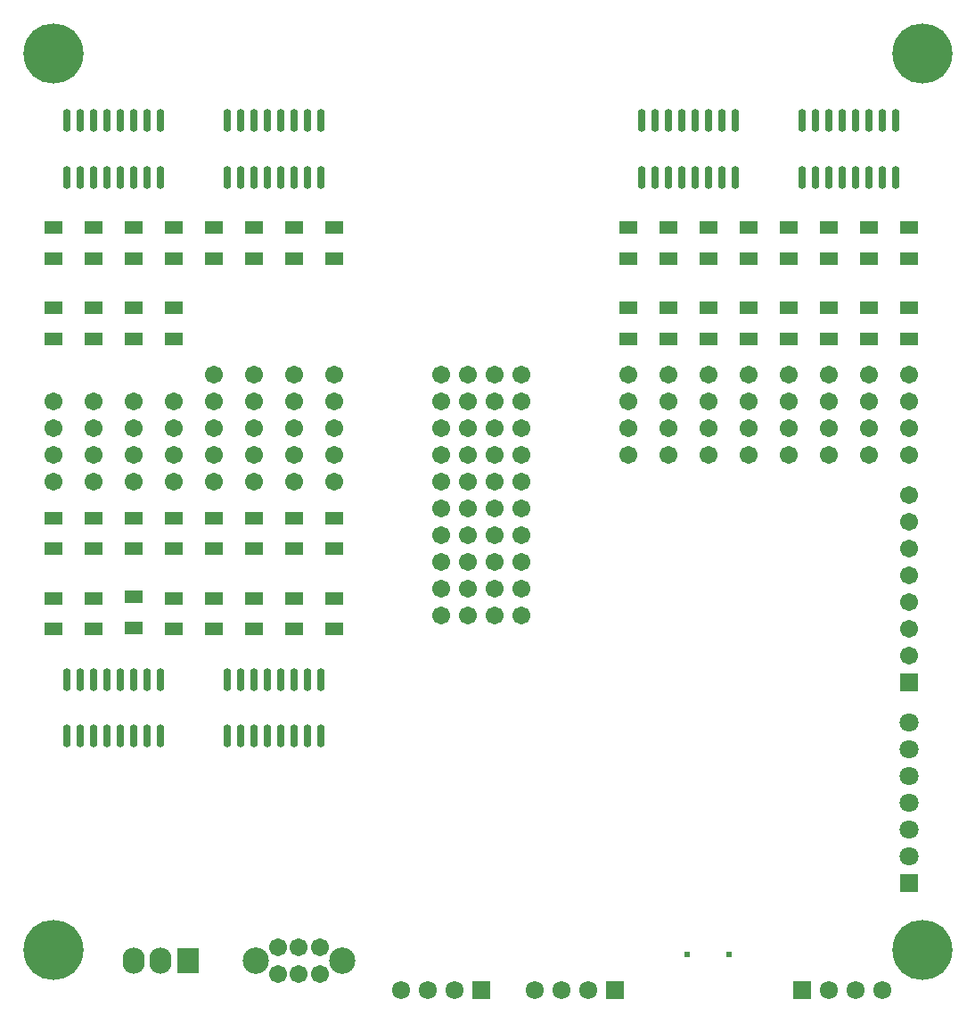
<source format=gbs>
G04*
G04 #@! TF.GenerationSoftware,Altium Limited,Altium Designer,21.3.2 (30)*
G04*
G04 Layer_Color=16711935*
%FSLAX25Y25*%
%MOIN*%
G70*
G04*
G04 #@! TF.SameCoordinates,0941D6B8-9053-4ACA-ABC4-2B4951EE2B0C*
G04*
G04*
G04 #@! TF.FilePolarity,Negative*
G04*
G01*
G75*
%ADD34R,0.06706X0.06706*%
%ADD45O,0.08300X0.09800*%
%ADD46R,0.08300X0.09800*%
%ADD47C,0.02375*%
%ADD48C,0.06706*%
%ADD49C,0.07099*%
%ADD50R,0.07099X0.07099*%
%ADD51C,0.09855*%
%ADD52C,0.06784*%
%ADD53R,0.06784X0.06784*%
%ADD54C,0.22453*%
%ADD80R,0.06693X0.04724*%
%ADD81O,0.02965X0.08674*%
D34*
X340000Y120000D02*
D03*
D45*
X50000Y16000D02*
D03*
X60000D02*
D03*
D46*
X70500D02*
D03*
D47*
X257087Y18465D02*
D03*
X272835D02*
D03*
D48*
X340000Y180000D02*
D03*
Y130000D02*
D03*
Y140000D02*
D03*
Y150000D02*
D03*
Y160000D02*
D03*
Y170000D02*
D03*
Y190000D02*
D03*
X195000Y145000D02*
D03*
Y195000D02*
D03*
Y155000D02*
D03*
Y165000D02*
D03*
Y175000D02*
D03*
Y185000D02*
D03*
Y205000D02*
D03*
Y235000D02*
D03*
Y215000D02*
D03*
Y225000D02*
D03*
X50000Y215000D02*
D03*
X35000Y195000D02*
D03*
X20000Y225000D02*
D03*
X50000D02*
D03*
X20000Y215000D02*
D03*
X65000Y195000D02*
D03*
X50000D02*
D03*
X20000Y205000D02*
D03*
X35000D02*
D03*
X50000D02*
D03*
X65000D02*
D03*
Y225000D02*
D03*
X35000D02*
D03*
X65000Y215000D02*
D03*
X35000D02*
D03*
X20000Y195000D02*
D03*
X185000Y175000D02*
D03*
X175000Y185000D02*
D03*
Y165000D02*
D03*
X185000Y155000D02*
D03*
X175000D02*
D03*
Y175000D02*
D03*
X185000Y185000D02*
D03*
Y145000D02*
D03*
Y165000D02*
D03*
X175000Y145000D02*
D03*
X165000Y195000D02*
D03*
Y185000D02*
D03*
Y165000D02*
D03*
Y175000D02*
D03*
Y155000D02*
D03*
X110000Y205000D02*
D03*
X80000Y195000D02*
D03*
X110000D02*
D03*
X125000D02*
D03*
Y205000D02*
D03*
X95000D02*
D03*
Y195000D02*
D03*
X80000Y205000D02*
D03*
X185000Y235000D02*
D03*
X175000Y225000D02*
D03*
X185000D02*
D03*
Y215000D02*
D03*
X175000Y235000D02*
D03*
Y215000D02*
D03*
X185000Y205000D02*
D03*
X175000D02*
D03*
Y195000D02*
D03*
X185000D02*
D03*
X80000Y225000D02*
D03*
X95000Y235000D02*
D03*
X110000Y225000D02*
D03*
X95000D02*
D03*
X80000Y235000D02*
D03*
X110000D02*
D03*
X125000D02*
D03*
Y225000D02*
D03*
X280000Y205000D02*
D03*
X310000Y215000D02*
D03*
Y235000D02*
D03*
X280000D02*
D03*
X310000Y205000D02*
D03*
X295000Y225000D02*
D03*
Y235000D02*
D03*
Y215000D02*
D03*
Y205000D02*
D03*
X310000Y225000D02*
D03*
X280000D02*
D03*
Y215000D02*
D03*
X165000Y205000D02*
D03*
Y215000D02*
D03*
Y225000D02*
D03*
Y235000D02*
D03*
Y145000D02*
D03*
X80000Y215000D02*
D03*
X95000D02*
D03*
X110000D02*
D03*
X125000D02*
D03*
X235000Y205000D02*
D03*
X265000D02*
D03*
Y235000D02*
D03*
X250000D02*
D03*
Y225000D02*
D03*
Y215000D02*
D03*
Y205000D02*
D03*
X235000Y235000D02*
D03*
Y225000D02*
D03*
Y215000D02*
D03*
X265000D02*
D03*
Y225000D02*
D03*
X325000Y235000D02*
D03*
Y205000D02*
D03*
X340000D02*
D03*
X325000Y215000D02*
D03*
Y225000D02*
D03*
X340000Y235000D02*
D03*
Y215000D02*
D03*
Y225000D02*
D03*
X104000Y21000D02*
D03*
Y11157D02*
D03*
X111874Y21000D02*
D03*
X119748D02*
D03*
X111874Y11157D02*
D03*
X119748D02*
D03*
D49*
X340000Y65000D02*
D03*
Y55000D02*
D03*
Y75000D02*
D03*
Y85000D02*
D03*
Y95000D02*
D03*
Y105000D02*
D03*
D50*
Y45000D02*
D03*
D51*
X95732Y16079D02*
D03*
X128016D02*
D03*
D52*
X200000Y5000D02*
D03*
X210000D02*
D03*
X220000D02*
D03*
X330000D02*
D03*
X320000D02*
D03*
X310000D02*
D03*
X150000D02*
D03*
X160000D02*
D03*
X170000D02*
D03*
D53*
X230000D02*
D03*
X300000D02*
D03*
X180000D02*
D03*
D54*
X20000Y355000D02*
D03*
X345000D02*
D03*
Y20000D02*
D03*
X20000D02*
D03*
D80*
X340000Y260000D02*
D03*
Y248583D02*
D03*
X325000Y260000D02*
D03*
Y248583D02*
D03*
X310000Y260000D02*
D03*
Y248583D02*
D03*
X295000Y260000D02*
D03*
Y248583D02*
D03*
X280000Y260000D02*
D03*
Y248583D02*
D03*
X265000Y260000D02*
D03*
Y248583D02*
D03*
X250000Y260000D02*
D03*
Y248583D02*
D03*
X235000Y260000D02*
D03*
Y248583D02*
D03*
Y278583D02*
D03*
Y290000D02*
D03*
X250000D02*
D03*
Y278583D02*
D03*
X265000Y290000D02*
D03*
Y278583D02*
D03*
X295000Y290000D02*
D03*
Y278583D02*
D03*
X310000Y290000D02*
D03*
Y278583D02*
D03*
X325000Y290000D02*
D03*
Y278583D02*
D03*
X340000Y290000D02*
D03*
Y278583D02*
D03*
X20000Y260000D02*
D03*
Y248583D02*
D03*
X35000Y260000D02*
D03*
Y248583D02*
D03*
X50000D02*
D03*
Y260000D02*
D03*
X65000D02*
D03*
Y248583D02*
D03*
X20000Y290000D02*
D03*
Y278583D02*
D03*
X35000Y290000D02*
D03*
Y278583D02*
D03*
X50000Y290000D02*
D03*
Y278583D02*
D03*
X65000Y290000D02*
D03*
Y278583D02*
D03*
X80000Y290000D02*
D03*
Y278583D02*
D03*
X95000Y290000D02*
D03*
Y278583D02*
D03*
X110000Y290000D02*
D03*
Y278583D02*
D03*
X125000Y290000D02*
D03*
Y278583D02*
D03*
X35000Y170000D02*
D03*
Y181417D02*
D03*
X50000Y170000D02*
D03*
Y181417D02*
D03*
X65000Y170000D02*
D03*
Y181417D02*
D03*
X80000Y170000D02*
D03*
Y181417D02*
D03*
X95000Y170000D02*
D03*
Y181417D02*
D03*
X110000Y170000D02*
D03*
Y181417D02*
D03*
X125000Y170000D02*
D03*
Y181417D02*
D03*
Y140000D02*
D03*
Y151417D02*
D03*
X110000Y140000D02*
D03*
Y151417D02*
D03*
X95000Y140000D02*
D03*
Y151417D02*
D03*
X80000Y140000D02*
D03*
Y151417D02*
D03*
X65000Y140000D02*
D03*
Y151417D02*
D03*
X50000Y140630D02*
D03*
Y152047D02*
D03*
X35000Y140000D02*
D03*
Y151417D02*
D03*
X20000Y170000D02*
D03*
Y181417D02*
D03*
Y140000D02*
D03*
Y151417D02*
D03*
X280000Y290000D02*
D03*
Y278583D02*
D03*
D81*
X300000Y330000D02*
D03*
X305000D02*
D03*
X310000D02*
D03*
X315000D02*
D03*
X320000D02*
D03*
X325000D02*
D03*
X330000D02*
D03*
X335000D02*
D03*
X300000Y308740D02*
D03*
X305000D02*
D03*
X310000D02*
D03*
X315000D02*
D03*
X320000D02*
D03*
X325000D02*
D03*
X330000D02*
D03*
X335000D02*
D03*
X240000Y330000D02*
D03*
X245000D02*
D03*
X250000D02*
D03*
X255000D02*
D03*
X260000D02*
D03*
X265000D02*
D03*
X270000D02*
D03*
X275000D02*
D03*
X240000Y308740D02*
D03*
X250000D02*
D03*
X255000D02*
D03*
X260000D02*
D03*
X265000D02*
D03*
X270000D02*
D03*
X275000D02*
D03*
X245000D02*
D03*
X60000D02*
D03*
X55000D02*
D03*
X50000D02*
D03*
X45000D02*
D03*
X40000D02*
D03*
X35000D02*
D03*
X30000D02*
D03*
X25000D02*
D03*
X60000Y330000D02*
D03*
X55000D02*
D03*
X50000D02*
D03*
X45000D02*
D03*
X40000D02*
D03*
X35000D02*
D03*
X30000D02*
D03*
X25000D02*
D03*
X85000D02*
D03*
X90000D02*
D03*
X95000D02*
D03*
X100000D02*
D03*
X105000D02*
D03*
X110000D02*
D03*
X115000D02*
D03*
X120000D02*
D03*
X85000Y308740D02*
D03*
X90000D02*
D03*
X95000D02*
D03*
X100000D02*
D03*
X105000D02*
D03*
X110000D02*
D03*
X115000D02*
D03*
X120000D02*
D03*
X60000Y100000D02*
D03*
X55000D02*
D03*
X50000D02*
D03*
X45000D02*
D03*
X40000D02*
D03*
X35000D02*
D03*
X30000D02*
D03*
X25000D02*
D03*
X60000Y121260D02*
D03*
X55000D02*
D03*
X50000D02*
D03*
X45000D02*
D03*
X40000D02*
D03*
X35000D02*
D03*
X30000D02*
D03*
X25000D02*
D03*
X120000Y100000D02*
D03*
X115000D02*
D03*
X110000D02*
D03*
X105000D02*
D03*
X100000D02*
D03*
X95000D02*
D03*
X90000D02*
D03*
X85000D02*
D03*
X120000Y121260D02*
D03*
X115000D02*
D03*
X110000D02*
D03*
X105000D02*
D03*
X100000D02*
D03*
X95000D02*
D03*
X90000D02*
D03*
X85000D02*
D03*
M02*

</source>
